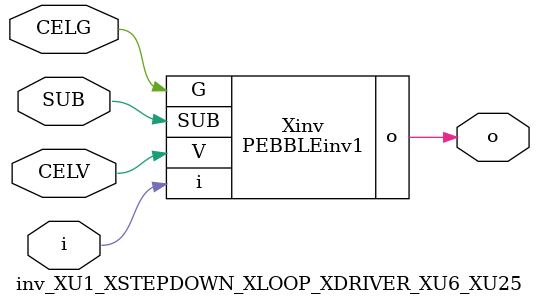
<source format=v>



module PEBBLEinv1 ( o, G, SUB, V, i );

  input V;
  input i;
  input G;
  output o;
  input SUB;
endmodule

//Celera Confidential Do Not Copy inv_XU1_XSTEPDOWN_XLOOP_XDRIVER_XU6_XU25
//Celera Confidential Symbol Generator
//5V Inverter
module inv_XU1_XSTEPDOWN_XLOOP_XDRIVER_XU6_XU25 (CELV,CELG,i,o,SUB);
input CELV;
input CELG;
input i;
input SUB;
output o;

//Celera Confidential Do Not Copy inv
PEBBLEinv1 Xinv(
.V (CELV),
.i (i),
.o (o),
.SUB (SUB),
.G (CELG)
);
//,diesize,PEBBLEinv1

//Celera Confidential Do Not Copy Module End
//Celera Schematic Generator
endmodule

</source>
